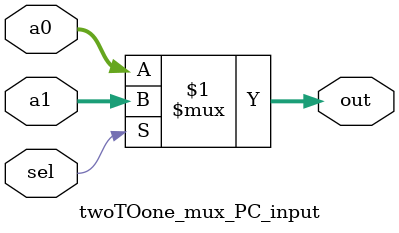
<source format=sv>
module twoTOone_mux_PC_input
	(
	input logic [15:0] a0,
	input logic [15:0] a1,
	input logic sel,
	output logic [15:0] out
	);
	assign out = sel ? a1 : a0;
endmodule

</source>
